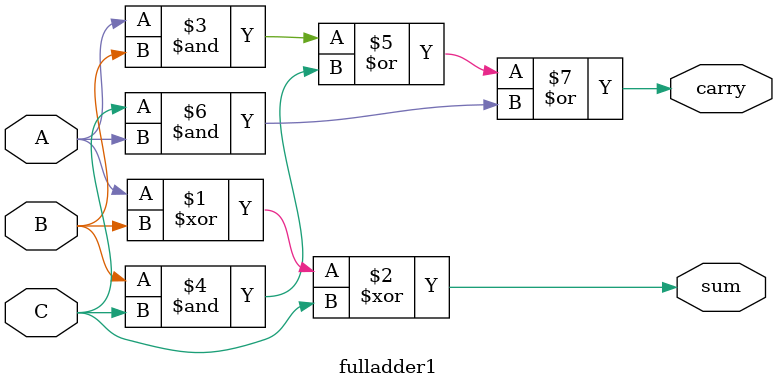
<source format=v>
module fulladder1(A, B, C, sum, carry);
	input A, B;
	input C;
	output sum, carry;
	assign sum = (A^B)^C;
	assign carry = (A&B)|(B&C)|(C&A);
endmodule

</source>
